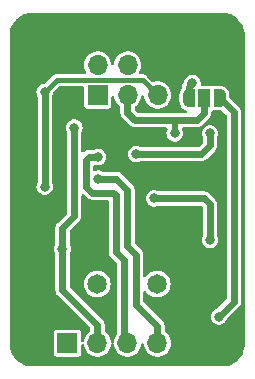
<source format=gbr>
G04 #@! TF.GenerationSoftware,KiCad,Pcbnew,7.0.6*
G04 #@! TF.CreationDate,2023-11-12T09:34:07+05:30*
G04 #@! TF.ProjectId,AVR-Miner,4156522d-4d69-46e6-9572-2e6b69636164,rev?*
G04 #@! TF.SameCoordinates,Original*
G04 #@! TF.FileFunction,Copper,L2,Bot*
G04 #@! TF.FilePolarity,Positive*
%FSLAX46Y46*%
G04 Gerber Fmt 4.6, Leading zero omitted, Abs format (unit mm)*
G04 Created by KiCad (PCBNEW 7.0.6) date 2023-11-12 09:34:07*
%MOMM*%
%LPD*%
G01*
G04 APERTURE LIST*
G04 Aperture macros list*
%AMFreePoly0*
4,1,19,0.550000,-0.750000,0.000000,-0.750000,0.000000,-0.744911,-0.071157,-0.744911,-0.207708,-0.704816,-0.327430,-0.627875,-0.420627,-0.520320,-0.479746,-0.390866,-0.500000,-0.250000,-0.500000,0.250000,-0.479746,0.390866,-0.420627,0.520320,-0.327430,0.627875,-0.207708,0.704816,-0.071157,0.744911,0.000000,0.744911,0.000000,0.750000,0.550000,0.750000,0.550000,-0.750000,0.550000,-0.750000,
$1*%
%AMFreePoly1*
4,1,19,0.000000,0.744911,0.071157,0.744911,0.207708,0.704816,0.327430,0.627875,0.420627,0.520320,0.479746,0.390866,0.500000,0.250000,0.500000,-0.250000,0.479746,-0.390866,0.420627,-0.520320,0.327430,-0.627875,0.207708,-0.704816,0.071157,-0.744911,0.000000,-0.744911,0.000000,-0.750000,-0.550000,-0.750000,-0.550000,0.750000,0.000000,0.750000,0.000000,0.744911,0.000000,0.744911,
$1*%
G04 Aperture macros list end*
G04 #@! TA.AperFunction,ComponentPad*
%ADD10R,1.700000X1.700000*%
G04 #@! TD*
G04 #@! TA.AperFunction,ComponentPad*
%ADD11O,1.700000X1.700000*%
G04 #@! TD*
G04 #@! TA.AperFunction,ComponentPad*
%ADD12C,1.651000*%
G04 #@! TD*
G04 #@! TA.AperFunction,SMDPad,CuDef*
%ADD13FreePoly0,0.000000*%
G04 #@! TD*
G04 #@! TA.AperFunction,SMDPad,CuDef*
%ADD14R,1.000000X1.500000*%
G04 #@! TD*
G04 #@! TA.AperFunction,SMDPad,CuDef*
%ADD15FreePoly1,0.000000*%
G04 #@! TD*
G04 #@! TA.AperFunction,ViaPad*
%ADD16C,0.800000*%
G04 #@! TD*
G04 #@! TA.AperFunction,Conductor*
%ADD17C,0.600000*%
G04 #@! TD*
G04 #@! TA.AperFunction,Conductor*
%ADD18C,0.400000*%
G04 #@! TD*
G04 #@! TA.AperFunction,Conductor*
%ADD19C,0.500000*%
G04 #@! TD*
G04 APERTURE END LIST*
D10*
G04 #@! TO.P,J2,1*
G04 #@! TO.N,MISO*
X142475000Y-79000000D03*
D11*
G04 #@! TO.P,J2,2*
G04 #@! TO.N,+5V*
X142475000Y-76460000D03*
G04 #@! TO.P,J2,3*
G04 #@! TO.N,LED*
X145015000Y-79000000D03*
G04 #@! TO.P,J2,4*
G04 #@! TO.N,MOSI*
X145015000Y-76460000D03*
G04 #@! TO.P,J2,5*
G04 #@! TO.N,RESET*
X147555000Y-79000000D03*
G04 #@! TO.P,J2,6*
G04 #@! TO.N,GND*
X147555000Y-76460000D03*
G04 #@! TD*
D12*
G04 #@! TO.P,Y1,1*
G04 #@! TO.N,XTAL1*
X142450000Y-95000000D03*
G04 #@! TO.P,Y1,2*
G04 #@! TO.N,XTAL2*
X147530000Y-95000000D03*
G04 #@! TD*
D10*
G04 #@! TO.P,J1,1*
G04 #@! TO.N,EXT_LED*
X139925000Y-100000000D03*
D11*
G04 #@! TO.P,J1,2*
G04 #@! TO.N,+5V*
X142465000Y-100000000D03*
G04 #@! TO.P,J1,3*
G04 #@! TO.N,SDA*
X145005000Y-100000000D03*
G04 #@! TO.P,J1,4*
G04 #@! TO.N,SCL*
X147545000Y-100000000D03*
G04 #@! TO.P,J1,5*
G04 #@! TO.N,GND*
X150085000Y-100000000D03*
G04 #@! TD*
D13*
G04 #@! TO.P,JP1,1*
G04 #@! TO.N,ON_BOARD_LED*
X150200000Y-79250000D03*
D14*
G04 #@! TO.P,JP1,2*
G04 #@! TO.N,LED*
X151500000Y-79250000D03*
D15*
G04 #@! TO.P,JP1,3*
G04 #@! TO.N,EXT_LED*
X152800000Y-79250000D03*
G04 #@! TD*
D16*
G04 #@! TO.N,Net-(C1-Pad2)*
X152000000Y-82250000D03*
X145750000Y-84000000D03*
G04 #@! TO.N,GND*
X142800000Y-88400000D03*
X144000000Y-84000000D03*
G04 #@! TO.N,RESET*
X138000000Y-78750000D03*
X138000000Y-86750000D03*
G04 #@! TO.N,+5V*
X147250000Y-87750000D03*
X152000000Y-91250000D03*
X140500000Y-81750000D03*
X139500000Y-92000000D03*
G04 #@! TO.N,SCL*
X142549406Y-86071961D03*
G04 #@! TO.N,SDA*
X142500000Y-84250000D03*
G04 #@! TO.N,LED*
X149000000Y-82250000D03*
G04 #@! TO.N,EXT_LED*
X152750000Y-97750000D03*
G04 #@! TO.N,ON_BOARD_LED*
X150500000Y-78000000D03*
G04 #@! TD*
D17*
G04 #@! TO.N,Net-(C1-Pad2)*
X152000000Y-83250000D02*
X151250000Y-84000000D01*
X151250000Y-84000000D02*
X145750000Y-84000000D01*
X152000000Y-82250000D02*
X152000000Y-83250000D01*
D18*
G04 #@! TO.N,RESET*
X146294999Y-77749999D02*
X139000001Y-77749999D01*
D17*
X138000000Y-85500000D02*
X138000000Y-86750000D01*
D18*
X139000001Y-77749999D02*
X138000000Y-78750000D01*
D17*
X138000000Y-78750000D02*
X138000000Y-85500000D01*
D18*
X147545000Y-79000000D02*
X146294999Y-77749999D01*
D17*
G04 #@! TO.N,+5V*
X142465000Y-98465000D02*
X140750000Y-96750000D01*
X139500000Y-92000000D02*
X139500000Y-90250000D01*
X151500000Y-87750000D02*
X152000000Y-88250000D01*
X142465000Y-100000000D02*
X142465000Y-98465000D01*
X152000000Y-88250000D02*
X152000000Y-91250000D01*
X139500000Y-95500000D02*
X140750000Y-96750000D01*
X140500000Y-89250000D02*
X140500000Y-82500000D01*
X139500000Y-92000000D02*
X139500000Y-95500000D01*
X139500000Y-90250000D02*
X140500000Y-89250000D01*
X140500000Y-82500000D02*
X140500000Y-81750000D01*
X147250000Y-87750000D02*
X151500000Y-87750000D01*
G04 #@! TO.N,SCL*
X147545000Y-98545000D02*
X145750000Y-96750000D01*
X145000000Y-91750000D02*
X145000000Y-87000000D01*
X145750000Y-96750000D02*
X145750000Y-92500000D01*
X147545000Y-100000000D02*
X147545000Y-98545000D01*
X145750000Y-92500000D02*
X145000000Y-91750000D01*
X144071961Y-86071961D02*
X142549406Y-86071961D01*
X145000000Y-87000000D02*
X144071961Y-86071961D01*
G04 #@! TO.N,SDA*
X142500000Y-84250000D02*
X141750000Y-84250000D01*
X144000000Y-92250000D02*
X144750000Y-93000000D01*
X144750000Y-99745000D02*
X145005000Y-100000000D01*
X141500000Y-84500000D02*
X141500000Y-86750000D01*
X142000000Y-87250000D02*
X143750000Y-87250000D01*
X141750000Y-84250000D02*
X141500000Y-84500000D01*
X143750000Y-87250000D02*
X144000000Y-87500000D01*
X141500000Y-86750000D02*
X142000000Y-87250000D01*
X144750000Y-93000000D02*
X144750000Y-99745000D01*
X144000000Y-87500000D02*
X144000000Y-92250000D01*
D19*
G04 #@! TO.N,LED*
X149000000Y-81750000D02*
X149000000Y-81250000D01*
D17*
X149125000Y-81125000D02*
X150875000Y-81125000D01*
X145005000Y-79000000D02*
X145005000Y-80505000D01*
X150875000Y-81125000D02*
X151500000Y-80500000D01*
X151500000Y-80500000D02*
X151500000Y-79250000D01*
D19*
X149000000Y-81250000D02*
X149125000Y-81125000D01*
D17*
X145005000Y-80505000D02*
X145625000Y-81125000D01*
D19*
X149000000Y-81750000D02*
X149000000Y-82250000D01*
D17*
X145625000Y-81125000D02*
X148375000Y-81125000D01*
X148375000Y-81125000D02*
X149125000Y-81125000D01*
G04 #@! TO.N,EXT_LED*
X152800000Y-79250000D02*
X154000000Y-80450000D01*
X154000000Y-96500000D02*
X152750000Y-97750000D01*
X154000000Y-80450000D02*
X154000000Y-96500000D01*
G04 #@! TO.N,ON_BOARD_LED*
X150200000Y-79250000D02*
X150200000Y-78300000D01*
X150200000Y-78300000D02*
X150500000Y-78000000D01*
G04 #@! TD*
G04 #@! TA.AperFunction,Conductor*
G04 #@! TO.N,GND*
G36*
X141309012Y-87408701D02*
G01*
X141315594Y-87414830D01*
X141544626Y-87643861D01*
X141550058Y-87650055D01*
X141566259Y-87671168D01*
X141571718Y-87678282D01*
X141633207Y-87725464D01*
X141697159Y-87774536D01*
X141843238Y-87835044D01*
X142000000Y-87855682D01*
X142000001Y-87855682D01*
X142035262Y-87851040D01*
X142043494Y-87850500D01*
X143273500Y-87850500D01*
X143341621Y-87870502D01*
X143388114Y-87924158D01*
X143399500Y-87976500D01*
X143399500Y-92206505D01*
X143398960Y-92214737D01*
X143394318Y-92249999D01*
X143394318Y-92250000D01*
X143399500Y-92289361D01*
X143414955Y-92406760D01*
X143468183Y-92535262D01*
X143475464Y-92552841D01*
X143571718Y-92678282D01*
X143591279Y-92693291D01*
X143599934Y-92699933D01*
X143606137Y-92705372D01*
X144112595Y-93211829D01*
X144146620Y-93274142D01*
X144149500Y-93300925D01*
X144149500Y-99181517D01*
X144129498Y-99249638D01*
X144124050Y-99257449D01*
X144022636Y-99391741D01*
X143927593Y-99582615D01*
X143869244Y-99787688D01*
X143869243Y-99787690D01*
X143869244Y-99787690D01*
X143860462Y-99882461D01*
X143834261Y-99948444D01*
X143776544Y-99989788D01*
X143705638Y-99993365D01*
X143644053Y-99958039D01*
X143611344Y-99895026D01*
X143609538Y-99882470D01*
X143600756Y-99787690D01*
X143542405Y-99582611D01*
X143447366Y-99391745D01*
X143318872Y-99221593D01*
X143161302Y-99077948D01*
X143125166Y-99055573D01*
X143077781Y-99002707D01*
X143065500Y-98948448D01*
X143065500Y-98508494D01*
X143066040Y-98500262D01*
X143070682Y-98465000D01*
X143070682Y-98464999D01*
X143050044Y-98308239D01*
X143012637Y-98217929D01*
X142989536Y-98162159D01*
X142917450Y-98068215D01*
X142893282Y-98036718D01*
X142893281Y-98036717D01*
X142865055Y-98015058D01*
X142858861Y-98009626D01*
X141146785Y-96297550D01*
X140137405Y-95288170D01*
X140103379Y-95225858D01*
X140100500Y-95199075D01*
X140100500Y-95000000D01*
X141319176Y-95000000D01*
X141338430Y-95207791D01*
X141395535Y-95408495D01*
X141395538Y-95408501D01*
X141488554Y-95595302D01*
X141488555Y-95595303D01*
X141614309Y-95761830D01*
X141768526Y-95902417D01*
X141768527Y-95902418D01*
X141945938Y-96012267D01*
X141945945Y-96012270D01*
X141945948Y-96012272D01*
X142140535Y-96087656D01*
X142345661Y-96126000D01*
X142345663Y-96126000D01*
X142554337Y-96126000D01*
X142554339Y-96126000D01*
X142759465Y-96087656D01*
X142954052Y-96012272D01*
X142954057Y-96012268D01*
X142954061Y-96012267D01*
X143079326Y-95934705D01*
X143131474Y-95902417D01*
X143285689Y-95761831D01*
X143411446Y-95595302D01*
X143504462Y-95408501D01*
X143561570Y-95207788D01*
X143580824Y-95000000D01*
X143561570Y-94792212D01*
X143561569Y-94792208D01*
X143504464Y-94591504D01*
X143504462Y-94591499D01*
X143411446Y-94404698D01*
X143365444Y-94343781D01*
X143285690Y-94238169D01*
X143131473Y-94097582D01*
X143131472Y-94097581D01*
X142954061Y-93987732D01*
X142954046Y-93987725D01*
X142759472Y-93912346D01*
X142759469Y-93912345D01*
X142759466Y-93912344D01*
X142759465Y-93912344D01*
X142554339Y-93874000D01*
X142345661Y-93874000D01*
X142140535Y-93912344D01*
X142140530Y-93912345D01*
X142140527Y-93912346D01*
X141945953Y-93987725D01*
X141945938Y-93987732D01*
X141768527Y-94097581D01*
X141768526Y-94097582D01*
X141614309Y-94238169D01*
X141488555Y-94404696D01*
X141395535Y-94591504D01*
X141338430Y-94792208D01*
X141319176Y-95000000D01*
X140100500Y-95000000D01*
X140100500Y-92402423D01*
X140120502Y-92334302D01*
X140122806Y-92330845D01*
X140123131Y-92330373D01*
X140124818Y-92327930D01*
X140185140Y-92168872D01*
X140205645Y-92000000D01*
X140199634Y-91950499D01*
X140185140Y-91831128D01*
X140124820Y-91672075D01*
X140124814Y-91672063D01*
X140122804Y-91669151D01*
X140121989Y-91666681D01*
X140121277Y-91665324D01*
X140121502Y-91665205D01*
X140100568Y-91601727D01*
X140100500Y-91597576D01*
X140100500Y-90550925D01*
X140120502Y-90482804D01*
X140137400Y-90461834D01*
X140893868Y-89705365D01*
X140900051Y-89699943D01*
X140928282Y-89678282D01*
X141024536Y-89552841D01*
X141085044Y-89406762D01*
X141085044Y-89406761D01*
X141085044Y-89406755D01*
X141085448Y-89404729D01*
X141085584Y-89402663D01*
X141105683Y-89250000D01*
X141105683Y-89249999D01*
X141101040Y-89214730D01*
X141100500Y-89206498D01*
X141100500Y-87503925D01*
X141120502Y-87435804D01*
X141174158Y-87389311D01*
X141244432Y-87379207D01*
X141309012Y-87408701D01*
G37*
G04 #@! TD.AperFunction*
G04 #@! TA.AperFunction,Conductor*
G36*
X153002058Y-72025634D02*
G01*
X153253604Y-72042122D01*
X153261759Y-72043194D01*
X153506989Y-72091973D01*
X153514943Y-72094104D01*
X153751698Y-72174473D01*
X153759308Y-72177624D01*
X153983558Y-72288212D01*
X153990676Y-72292322D01*
X154198563Y-72431228D01*
X154205101Y-72436245D01*
X154248017Y-72473881D01*
X154393074Y-72601092D01*
X154398907Y-72606925D01*
X154563753Y-72794896D01*
X154568773Y-72801438D01*
X154707674Y-73009318D01*
X154711789Y-73016446D01*
X154754090Y-73102222D01*
X154822371Y-73240683D01*
X154825528Y-73248305D01*
X154905892Y-73485047D01*
X154908027Y-73493016D01*
X154956802Y-73738222D01*
X154957878Y-73746401D01*
X154974365Y-73997937D01*
X154974500Y-74002058D01*
X154974500Y-99997940D01*
X154974365Y-100002061D01*
X154957878Y-100253598D01*
X154956802Y-100261777D01*
X154908027Y-100506983D01*
X154905892Y-100514952D01*
X154825528Y-100751694D01*
X154822371Y-100759316D01*
X154812956Y-100778408D01*
X154743136Y-100919991D01*
X154711796Y-100983542D01*
X154707671Y-100990686D01*
X154568774Y-101198559D01*
X154563753Y-101205103D01*
X154398907Y-101393074D01*
X154393074Y-101398907D01*
X154205103Y-101563753D01*
X154198559Y-101568774D01*
X153990686Y-101707671D01*
X153983546Y-101711793D01*
X153871429Y-101767083D01*
X153759316Y-101822371D01*
X153751694Y-101825528D01*
X153514952Y-101905892D01*
X153506983Y-101908027D01*
X153321223Y-101944977D01*
X153261774Y-101956802D01*
X153253598Y-101957878D01*
X153043176Y-101971670D01*
X153002058Y-101974365D01*
X152997940Y-101974500D01*
X137002060Y-101974500D01*
X136997941Y-101974365D01*
X136950819Y-101971276D01*
X136746401Y-101957878D01*
X136738227Y-101956802D01*
X136615619Y-101932414D01*
X136493016Y-101908027D01*
X136485047Y-101905892D01*
X136248305Y-101825528D01*
X136240683Y-101822371D01*
X136016446Y-101711789D01*
X136009318Y-101707674D01*
X135801438Y-101568773D01*
X135794896Y-101563753D01*
X135606925Y-101398907D01*
X135601092Y-101393074D01*
X135436246Y-101205103D01*
X135431225Y-101198559D01*
X135399113Y-101150500D01*
X135292322Y-100990676D01*
X135288212Y-100983558D01*
X135244470Y-100894859D01*
X138774500Y-100894859D01*
X138774501Y-100894866D01*
X138777414Y-100919990D01*
X138777416Y-100919994D01*
X138822793Y-101022765D01*
X138902232Y-101102204D01*
X138902234Y-101102205D01*
X138902235Y-101102206D01*
X139005009Y-101147585D01*
X139030135Y-101150500D01*
X140819864Y-101150499D01*
X140844991Y-101147585D01*
X140947765Y-101102206D01*
X141027206Y-101022765D01*
X141072585Y-100919991D01*
X141075500Y-100894865D01*
X141075499Y-100199306D01*
X141095501Y-100131188D01*
X141149157Y-100084695D01*
X141219430Y-100074591D01*
X141284011Y-100104084D01*
X141322395Y-100163811D01*
X141326961Y-100187681D01*
X141329243Y-100212307D01*
X141387593Y-100417384D01*
X141387594Y-100417386D01*
X141387595Y-100417389D01*
X141482634Y-100608255D01*
X141590955Y-100751694D01*
X141611129Y-100778408D01*
X141768699Y-100922053D01*
X141768701Y-100922054D01*
X141949974Y-101034294D01*
X141949975Y-101034294D01*
X141949981Y-101034298D01*
X142148802Y-101111321D01*
X142358390Y-101150500D01*
X142358393Y-101150500D01*
X142571607Y-101150500D01*
X142571610Y-101150500D01*
X142781198Y-101111321D01*
X142980019Y-101034298D01*
X143161302Y-100922052D01*
X143318872Y-100778407D01*
X143447366Y-100608255D01*
X143542405Y-100417389D01*
X143600756Y-100212310D01*
X143609537Y-100117538D01*
X143635739Y-100051555D01*
X143693456Y-100010211D01*
X143764362Y-100006634D01*
X143825946Y-100041960D01*
X143858656Y-100104973D01*
X143860461Y-100117529D01*
X143861873Y-100132758D01*
X143869244Y-100212311D01*
X143927593Y-100417384D01*
X143927594Y-100417386D01*
X143927595Y-100417389D01*
X144022634Y-100608255D01*
X144130955Y-100751694D01*
X144151129Y-100778408D01*
X144308699Y-100922053D01*
X144308701Y-100922054D01*
X144489974Y-101034294D01*
X144489975Y-101034294D01*
X144489981Y-101034298D01*
X144688802Y-101111321D01*
X144898390Y-101150500D01*
X144898393Y-101150500D01*
X145111607Y-101150500D01*
X145111610Y-101150500D01*
X145321198Y-101111321D01*
X145520019Y-101034298D01*
X145701302Y-100922052D01*
X145858872Y-100778407D01*
X145987366Y-100608255D01*
X146082405Y-100417389D01*
X146140756Y-100212310D01*
X146149537Y-100117536D01*
X146175738Y-100051556D01*
X146233454Y-100010211D01*
X146304360Y-100006634D01*
X146365945Y-100041959D01*
X146398654Y-100104971D01*
X146400461Y-100117538D01*
X146409243Y-100212306D01*
X146467593Y-100417384D01*
X146467594Y-100417386D01*
X146467595Y-100417389D01*
X146562634Y-100608255D01*
X146670955Y-100751694D01*
X146691129Y-100778408D01*
X146848699Y-100922053D01*
X146848701Y-100922054D01*
X147029974Y-101034294D01*
X147029975Y-101034294D01*
X147029981Y-101034298D01*
X147228802Y-101111321D01*
X147438390Y-101150500D01*
X147438393Y-101150500D01*
X147651607Y-101150500D01*
X147651610Y-101150500D01*
X147861198Y-101111321D01*
X148060019Y-101034298D01*
X148241302Y-100922052D01*
X148398872Y-100778407D01*
X148527366Y-100608255D01*
X148622405Y-100417389D01*
X148680756Y-100212310D01*
X148700429Y-100000000D01*
X148680756Y-99787690D01*
X148622405Y-99582611D01*
X148527366Y-99391745D01*
X148398872Y-99221593D01*
X148241302Y-99077948D01*
X148205166Y-99055573D01*
X148157781Y-99002707D01*
X148145500Y-98948448D01*
X148145500Y-98588494D01*
X148146040Y-98580262D01*
X148150682Y-98545000D01*
X148150682Y-98544999D01*
X148130044Y-98388239D01*
X148069537Y-98242161D01*
X148069536Y-98242160D01*
X148069536Y-98242159D01*
X148060240Y-98230044D01*
X148050943Y-98217927D01*
X147973283Y-98116719D01*
X147945055Y-98095058D01*
X147938861Y-98089626D01*
X146387405Y-96538170D01*
X146353379Y-96475858D01*
X146350500Y-96449075D01*
X146350500Y-95682484D01*
X146370502Y-95614363D01*
X146424158Y-95567870D01*
X146494432Y-95557766D01*
X146559012Y-95587260D01*
X146577047Y-95606549D01*
X146604755Y-95643240D01*
X146694309Y-95761830D01*
X146848526Y-95902417D01*
X146848527Y-95902418D01*
X147025938Y-96012267D01*
X147025945Y-96012270D01*
X147025948Y-96012272D01*
X147220535Y-96087656D01*
X147425661Y-96126000D01*
X147425663Y-96126000D01*
X147634337Y-96126000D01*
X147634339Y-96126000D01*
X147839465Y-96087656D01*
X148034052Y-96012272D01*
X148034057Y-96012268D01*
X148034061Y-96012267D01*
X148159326Y-95934705D01*
X148211474Y-95902417D01*
X148365689Y-95761831D01*
X148491446Y-95595302D01*
X148584462Y-95408501D01*
X148641570Y-95207788D01*
X148660824Y-95000000D01*
X148641570Y-94792212D01*
X148641569Y-94792208D01*
X148584464Y-94591504D01*
X148584462Y-94591499D01*
X148491446Y-94404698D01*
X148445444Y-94343781D01*
X148365690Y-94238169D01*
X148211473Y-94097582D01*
X148211472Y-94097581D01*
X148034061Y-93987732D01*
X148034046Y-93987725D01*
X147839472Y-93912346D01*
X147839469Y-93912345D01*
X147839466Y-93912344D01*
X147839465Y-93912344D01*
X147634339Y-93874000D01*
X147425661Y-93874000D01*
X147220535Y-93912344D01*
X147220530Y-93912345D01*
X147220527Y-93912346D01*
X147025953Y-93987725D01*
X147025938Y-93987732D01*
X146848527Y-94097581D01*
X146848526Y-94097582D01*
X146694309Y-94238169D01*
X146577050Y-94393447D01*
X146520036Y-94435755D01*
X146449200Y-94440522D01*
X146387031Y-94406236D01*
X146353268Y-94343781D01*
X146350500Y-94317515D01*
X146350500Y-92543494D01*
X146351040Y-92535262D01*
X146355682Y-92500000D01*
X146355682Y-92499999D01*
X146335044Y-92343239D01*
X146331500Y-92334681D01*
X146274536Y-92197159D01*
X146202450Y-92103215D01*
X146178282Y-92071718D01*
X146178281Y-92071717D01*
X146150055Y-92050058D01*
X146143861Y-92044626D01*
X145637405Y-91538170D01*
X145603379Y-91475858D01*
X145600500Y-91449075D01*
X145600500Y-87750002D01*
X146544355Y-87750002D01*
X146564859Y-87918871D01*
X146625179Y-88077925D01*
X146625181Y-88077929D01*
X146721816Y-88217928D01*
X146721818Y-88217930D01*
X146807112Y-88293494D01*
X146849148Y-88330734D01*
X146999775Y-88409790D01*
X146999776Y-88409790D01*
X146999778Y-88409791D01*
X147156461Y-88448409D01*
X147164944Y-88450500D01*
X147164947Y-88450500D01*
X147335053Y-88450500D01*
X147335056Y-88450500D01*
X147500225Y-88409790D01*
X147547588Y-88384931D01*
X147585693Y-88364933D01*
X147644248Y-88350500D01*
X151199075Y-88350500D01*
X151267196Y-88370502D01*
X151288170Y-88387405D01*
X151362595Y-88461830D01*
X151396621Y-88524142D01*
X151399500Y-88550925D01*
X151399500Y-90847576D01*
X151379498Y-90915697D01*
X151377196Y-90919151D01*
X151375185Y-90922063D01*
X151375179Y-90922075D01*
X151314859Y-91081128D01*
X151294355Y-91249997D01*
X151294355Y-91250002D01*
X151314859Y-91418871D01*
X151375179Y-91577925D01*
X151375181Y-91577929D01*
X151440163Y-91672070D01*
X151471817Y-91717929D01*
X151599148Y-91830734D01*
X151749775Y-91909790D01*
X151749776Y-91909790D01*
X151749778Y-91909791D01*
X151906461Y-91948409D01*
X151914944Y-91950500D01*
X151914947Y-91950500D01*
X152085053Y-91950500D01*
X152085056Y-91950500D01*
X152250225Y-91909790D01*
X152400852Y-91830734D01*
X152528183Y-91717929D01*
X152624818Y-91577930D01*
X152685140Y-91418872D01*
X152705645Y-91250000D01*
X152685140Y-91081128D01*
X152624818Y-90922070D01*
X152624816Y-90922067D01*
X152624814Y-90922063D01*
X152622804Y-90919151D01*
X152621989Y-90916681D01*
X152621277Y-90915324D01*
X152621502Y-90915205D01*
X152600568Y-90851727D01*
X152600500Y-90847576D01*
X152600500Y-88293494D01*
X152601040Y-88285262D01*
X152605682Y-88250000D01*
X152605682Y-88249999D01*
X152585044Y-88093239D01*
X152578703Y-88077929D01*
X152524536Y-87947159D01*
X152452450Y-87853215D01*
X152428282Y-87821718D01*
X152428281Y-87821717D01*
X152400055Y-87800058D01*
X152393861Y-87794626D01*
X151955367Y-87356132D01*
X151949940Y-87349944D01*
X151928282Y-87321718D01*
X151928280Y-87321717D01*
X151928280Y-87321716D01*
X151802842Y-87225465D01*
X151802841Y-87225464D01*
X151784653Y-87217930D01*
X151656760Y-87164955D01*
X151539361Y-87149500D01*
X151500000Y-87144318D01*
X151499999Y-87144318D01*
X151464738Y-87148960D01*
X151456506Y-87149500D01*
X147644248Y-87149500D01*
X147585693Y-87135067D01*
X147500229Y-87090212D01*
X147500221Y-87090208D01*
X147335059Y-87049500D01*
X147335056Y-87049500D01*
X147164944Y-87049500D01*
X147164940Y-87049500D01*
X146999778Y-87090208D01*
X146999774Y-87090210D01*
X146849148Y-87169265D01*
X146849142Y-87169270D01*
X146721818Y-87282069D01*
X146721816Y-87282071D01*
X146625181Y-87422070D01*
X146625179Y-87422074D01*
X146564859Y-87581128D01*
X146544355Y-87749997D01*
X146544355Y-87750002D01*
X145600500Y-87750002D01*
X145600500Y-87043494D01*
X145601040Y-87035262D01*
X145605682Y-87000000D01*
X145605682Y-86999999D01*
X145585044Y-86843239D01*
X145524536Y-86697160D01*
X145524536Y-86697159D01*
X145428282Y-86571718D01*
X145415962Y-86562265D01*
X145400055Y-86550058D01*
X145393861Y-86544626D01*
X144527328Y-85678093D01*
X144521901Y-85671905D01*
X144500243Y-85643679D01*
X144500241Y-85643678D01*
X144500241Y-85643677D01*
X144374803Y-85547426D01*
X144374802Y-85547425D01*
X144239129Y-85491227D01*
X144228721Y-85486916D01*
X144111322Y-85471461D01*
X144071961Y-85466279D01*
X144071960Y-85466279D01*
X144036699Y-85470921D01*
X144028467Y-85471461D01*
X142943654Y-85471461D01*
X142885099Y-85457028D01*
X142799635Y-85412173D01*
X142799627Y-85412169D01*
X142634465Y-85371461D01*
X142634462Y-85371461D01*
X142464350Y-85371461D01*
X142464346Y-85371461D01*
X142299184Y-85412169D01*
X142299181Y-85412171D01*
X142285053Y-85419586D01*
X142215439Y-85433531D01*
X142149337Y-85407626D01*
X142107734Y-85350096D01*
X142100500Y-85308017D01*
X142100500Y-85033824D01*
X142120502Y-84965703D01*
X142174158Y-84919210D01*
X142244432Y-84909106D01*
X142256644Y-84911483D01*
X142414944Y-84950500D01*
X142414947Y-84950500D01*
X142585053Y-84950500D01*
X142585056Y-84950500D01*
X142750225Y-84909790D01*
X142900852Y-84830734D01*
X143028183Y-84717929D01*
X143124818Y-84577930D01*
X143185140Y-84418872D01*
X143191974Y-84362581D01*
X143205645Y-84250002D01*
X143205645Y-84249997D01*
X143185140Y-84081128D01*
X143154374Y-84000002D01*
X145044355Y-84000002D01*
X145064859Y-84168871D01*
X145125179Y-84327925D01*
X145125181Y-84327929D01*
X145221816Y-84467928D01*
X145221818Y-84467930D01*
X145345981Y-84577929D01*
X145349148Y-84580734D01*
X145499775Y-84659790D01*
X145499776Y-84659790D01*
X145499778Y-84659791D01*
X145656461Y-84698409D01*
X145664944Y-84700500D01*
X145664947Y-84700500D01*
X145835053Y-84700500D01*
X145835056Y-84700500D01*
X146000225Y-84659790D01*
X146047588Y-84634931D01*
X146085693Y-84614933D01*
X146144248Y-84600500D01*
X151206506Y-84600500D01*
X151214738Y-84601040D01*
X151249999Y-84605682D01*
X151250000Y-84605682D01*
X151406762Y-84585044D01*
X151552841Y-84524536D01*
X151584817Y-84500000D01*
X151678282Y-84428282D01*
X151699940Y-84400054D01*
X151705361Y-84393872D01*
X152393872Y-83705361D01*
X152400054Y-83699940D01*
X152428282Y-83678282D01*
X152524536Y-83552841D01*
X152585044Y-83406762D01*
X152600500Y-83289361D01*
X152605682Y-83250000D01*
X152601040Y-83214737D01*
X152600500Y-83206505D01*
X152600500Y-82652423D01*
X152620502Y-82584302D01*
X152622806Y-82580845D01*
X152623131Y-82580373D01*
X152624818Y-82577930D01*
X152685140Y-82418872D01*
X152705645Y-82250000D01*
X152693292Y-82148269D01*
X152685140Y-82081128D01*
X152624820Y-81922074D01*
X152624818Y-81922070D01*
X152528183Y-81782071D01*
X152528181Y-81782069D01*
X152400857Y-81669270D01*
X152400851Y-81669265D01*
X152250225Y-81590210D01*
X152250221Y-81590208D01*
X152085059Y-81549500D01*
X152085056Y-81549500D01*
X151914944Y-81549500D01*
X151914940Y-81549500D01*
X151749778Y-81590208D01*
X151749774Y-81590210D01*
X151599148Y-81669265D01*
X151599142Y-81669270D01*
X151471818Y-81782069D01*
X151471816Y-81782071D01*
X151375181Y-81922070D01*
X151375179Y-81922074D01*
X151314859Y-82081128D01*
X151294355Y-82249997D01*
X151294355Y-82250002D01*
X151314859Y-82418871D01*
X151375183Y-82577932D01*
X151377194Y-82580845D01*
X151378009Y-82583317D01*
X151378725Y-82584681D01*
X151378498Y-82584799D01*
X151399432Y-82648269D01*
X151399500Y-82652423D01*
X151399500Y-82949075D01*
X151379498Y-83017196D01*
X151362595Y-83038170D01*
X151038170Y-83362595D01*
X150975858Y-83396621D01*
X150949075Y-83399500D01*
X146144248Y-83399500D01*
X146085693Y-83385067D01*
X146000229Y-83340212D01*
X146000221Y-83340208D01*
X145835059Y-83299500D01*
X145835056Y-83299500D01*
X145664944Y-83299500D01*
X145664940Y-83299500D01*
X145499778Y-83340208D01*
X145499774Y-83340210D01*
X145349148Y-83419265D01*
X145349142Y-83419270D01*
X145221818Y-83532069D01*
X145221816Y-83532071D01*
X145125181Y-83672070D01*
X145125179Y-83672074D01*
X145064859Y-83831128D01*
X145044355Y-83999997D01*
X145044355Y-84000002D01*
X143154374Y-84000002D01*
X143124820Y-83922074D01*
X143124818Y-83922070D01*
X143028183Y-83782071D01*
X143028181Y-83782069D01*
X142900857Y-83669270D01*
X142900851Y-83669265D01*
X142750225Y-83590210D01*
X142750221Y-83590208D01*
X142585059Y-83549500D01*
X142585056Y-83549500D01*
X142414944Y-83549500D01*
X142414940Y-83549500D01*
X142249778Y-83590208D01*
X142249770Y-83590212D01*
X142164307Y-83635067D01*
X142105752Y-83649500D01*
X141793494Y-83649500D01*
X141785262Y-83648960D01*
X141750001Y-83644318D01*
X141750000Y-83644318D01*
X141710639Y-83649500D01*
X141593239Y-83664955D01*
X141447160Y-83725463D01*
X141447152Y-83725468D01*
X141321719Y-83821717D01*
X141315876Y-83827560D01*
X141313395Y-83825079D01*
X141269107Y-83857409D01*
X141198235Y-83861620D01*
X141136337Y-83826846D01*
X141103066Y-83764129D01*
X141100500Y-83738831D01*
X141100500Y-82152423D01*
X141120502Y-82084302D01*
X141122806Y-82080845D01*
X141123131Y-82080373D01*
X141124818Y-82077930D01*
X141185140Y-81918872D01*
X141205645Y-81750000D01*
X141203299Y-81730682D01*
X141185140Y-81581128D01*
X141124820Y-81422074D01*
X141124818Y-81422070D01*
X141028183Y-81282071D01*
X141028181Y-81282069D01*
X140900857Y-81169270D01*
X140900851Y-81169265D01*
X140750225Y-81090210D01*
X140750221Y-81090208D01*
X140585059Y-81049500D01*
X140585056Y-81049500D01*
X140414944Y-81049500D01*
X140414940Y-81049500D01*
X140249778Y-81090208D01*
X140249774Y-81090210D01*
X140099148Y-81169265D01*
X140099142Y-81169270D01*
X139971818Y-81282069D01*
X139971816Y-81282071D01*
X139875181Y-81422070D01*
X139875179Y-81422074D01*
X139814859Y-81581128D01*
X139794355Y-81749997D01*
X139794355Y-81750002D01*
X139814859Y-81918871D01*
X139875183Y-82077932D01*
X139877194Y-82080845D01*
X139878009Y-82083317D01*
X139878725Y-82084681D01*
X139878498Y-82084799D01*
X139899432Y-82148269D01*
X139899500Y-82152423D01*
X139899500Y-88949073D01*
X139879498Y-89017194D01*
X139862595Y-89038169D01*
X139106135Y-89794628D01*
X139099934Y-89800066D01*
X139071718Y-89821717D01*
X139047550Y-89853215D01*
X138975465Y-89947157D01*
X138975463Y-89947160D01*
X138914955Y-90093239D01*
X138894318Y-90249999D01*
X138894318Y-90250000D01*
X138898960Y-90285262D01*
X138899500Y-90293494D01*
X138899500Y-91597576D01*
X138879498Y-91665697D01*
X138877196Y-91669151D01*
X138875185Y-91672063D01*
X138875179Y-91672075D01*
X138814859Y-91831128D01*
X138794355Y-91999997D01*
X138794355Y-92000002D01*
X138814859Y-92168871D01*
X138875183Y-92327932D01*
X138877194Y-92330845D01*
X138878009Y-92333317D01*
X138878725Y-92334681D01*
X138878498Y-92334799D01*
X138899432Y-92398269D01*
X138899500Y-92402423D01*
X138899500Y-95456505D01*
X138898960Y-95464737D01*
X138894318Y-95499999D01*
X138894318Y-95500000D01*
X138899500Y-95539361D01*
X138914955Y-95656760D01*
X138958477Y-95761830D01*
X138975464Y-95802841D01*
X139071718Y-95928282D01*
X139099944Y-95949940D01*
X139106132Y-95955367D01*
X139807526Y-96656760D01*
X140279825Y-97129059D01*
X140279830Y-97129066D01*
X141827595Y-98676830D01*
X141861620Y-98739142D01*
X141864500Y-98765925D01*
X141864500Y-98948448D01*
X141844498Y-99016569D01*
X141804833Y-99055573D01*
X141768698Y-99077948D01*
X141768696Y-99077949D01*
X141768697Y-99077949D01*
X141611129Y-99221591D01*
X141524293Y-99336580D01*
X141482634Y-99391745D01*
X141389130Y-99579526D01*
X141387593Y-99582615D01*
X141329243Y-99787693D01*
X141326961Y-99812320D01*
X141300759Y-99878305D01*
X141243041Y-99919648D01*
X141172135Y-99923224D01*
X141110551Y-99887897D01*
X141077843Y-99824884D01*
X141075499Y-99800693D01*
X141075499Y-99105140D01*
X141075499Y-99105136D01*
X141072585Y-99080009D01*
X141027206Y-98977235D01*
X141027206Y-98977234D01*
X140947767Y-98897795D01*
X140947765Y-98897794D01*
X140844989Y-98852414D01*
X140844990Y-98852414D01*
X140819868Y-98849500D01*
X139030140Y-98849500D01*
X139030133Y-98849501D01*
X139005009Y-98852414D01*
X139005005Y-98852416D01*
X138902234Y-98897793D01*
X138822795Y-98977232D01*
X138822794Y-98977234D01*
X138777414Y-99080009D01*
X138774500Y-99105129D01*
X138774500Y-100894859D01*
X135244470Y-100894859D01*
X135177624Y-100759308D01*
X135174471Y-100751694D01*
X135140790Y-100652473D01*
X135094104Y-100514943D01*
X135091972Y-100506983D01*
X135043194Y-100261759D01*
X135042122Y-100253604D01*
X135025634Y-100002058D01*
X135025500Y-99997940D01*
X135025500Y-86750002D01*
X137294355Y-86750002D01*
X137314859Y-86918871D01*
X137375179Y-87077925D01*
X137375181Y-87077929D01*
X137471816Y-87217928D01*
X137471818Y-87217930D01*
X137588968Y-87321716D01*
X137599148Y-87330734D01*
X137749775Y-87409790D01*
X137749776Y-87409790D01*
X137749778Y-87409791D01*
X137855319Y-87435804D01*
X137914944Y-87450500D01*
X137914947Y-87450500D01*
X138085053Y-87450500D01*
X138085056Y-87450500D01*
X138250225Y-87409790D01*
X138400852Y-87330734D01*
X138528183Y-87217929D01*
X138624818Y-87077930D01*
X138685140Y-86918872D01*
X138705645Y-86750000D01*
X138685140Y-86581128D01*
X138624818Y-86422070D01*
X138624816Y-86422067D01*
X138624814Y-86422063D01*
X138622804Y-86419151D01*
X138621989Y-86416681D01*
X138621277Y-86415324D01*
X138621502Y-86415205D01*
X138600568Y-86351727D01*
X138600500Y-86347576D01*
X138600500Y-79152423D01*
X138620502Y-79084302D01*
X138622806Y-79080845D01*
X138623131Y-79080373D01*
X138624818Y-79077930D01*
X138685140Y-78918872D01*
X138688036Y-78895026D01*
X138700104Y-78795631D01*
X138728170Y-78730418D01*
X138736079Y-78721733D01*
X139170410Y-78287403D01*
X139232723Y-78253378D01*
X139259506Y-78250499D01*
X141198500Y-78250499D01*
X141266621Y-78270501D01*
X141313114Y-78324157D01*
X141324500Y-78376499D01*
X141324500Y-79894859D01*
X141324501Y-79894866D01*
X141327414Y-79919990D01*
X141327416Y-79919994D01*
X141372793Y-80022765D01*
X141452232Y-80102204D01*
X141452234Y-80102205D01*
X141452235Y-80102206D01*
X141555009Y-80147585D01*
X141580135Y-80150500D01*
X143369864Y-80150499D01*
X143394991Y-80147585D01*
X143497765Y-80102206D01*
X143577206Y-80022765D01*
X143622585Y-79919991D01*
X143625500Y-79894865D01*
X143625499Y-79199306D01*
X143645501Y-79131187D01*
X143699157Y-79084694D01*
X143769430Y-79074590D01*
X143834011Y-79104083D01*
X143872395Y-79163810D01*
X143876961Y-79187680D01*
X143879243Y-79212307D01*
X143937593Y-79417384D01*
X143937594Y-79417386D01*
X143937595Y-79417389D01*
X144032634Y-79608255D01*
X144161128Y-79778407D01*
X144318698Y-79922052D01*
X144344829Y-79938232D01*
X144392217Y-79991096D01*
X144404500Y-80045359D01*
X144404500Y-80461505D01*
X144403960Y-80469737D01*
X144399318Y-80504999D01*
X144399318Y-80505000D01*
X144404500Y-80544361D01*
X144419955Y-80661760D01*
X144480463Y-80807839D01*
X144480465Y-80807842D01*
X144572879Y-80928280D01*
X144576718Y-80933282D01*
X144604944Y-80954940D01*
X144611132Y-80960367D01*
X145169625Y-81518860D01*
X145175058Y-81525055D01*
X145196716Y-81553280D01*
X145196720Y-81553284D01*
X145233008Y-81581129D01*
X145285509Y-81621413D01*
X145322159Y-81649536D01*
X145468238Y-81710044D01*
X145625000Y-81730682D01*
X145625001Y-81730682D01*
X145660262Y-81726040D01*
X145668494Y-81725500D01*
X148270791Y-81725500D01*
X148338912Y-81745502D01*
X148385405Y-81799158D01*
X148395509Y-81869432D01*
X148377730Y-81914797D01*
X148378724Y-81915319D01*
X148375182Y-81922066D01*
X148314859Y-82081128D01*
X148294355Y-82249997D01*
X148294355Y-82250002D01*
X148314859Y-82418871D01*
X148375179Y-82577925D01*
X148375181Y-82577929D01*
X148399500Y-82613160D01*
X148471817Y-82717929D01*
X148599148Y-82830734D01*
X148749775Y-82909790D01*
X148749776Y-82909790D01*
X148749778Y-82909791D01*
X148906461Y-82948409D01*
X148914944Y-82950500D01*
X148914947Y-82950500D01*
X149085053Y-82950500D01*
X149085056Y-82950500D01*
X149250225Y-82909790D01*
X149400852Y-82830734D01*
X149528183Y-82717929D01*
X149624818Y-82577930D01*
X149685140Y-82418872D01*
X149705645Y-82250000D01*
X149693292Y-82148269D01*
X149685140Y-82081128D01*
X149624817Y-81922066D01*
X149621276Y-81915319D01*
X149622707Y-81914567D01*
X149603277Y-81855654D01*
X149621023Y-81786911D01*
X149673117Y-81738674D01*
X149729209Y-81725500D01*
X150831506Y-81725500D01*
X150839738Y-81726040D01*
X150874999Y-81730682D01*
X150875000Y-81730682D01*
X151031762Y-81710044D01*
X151177841Y-81649536D01*
X151266992Y-81581128D01*
X151303282Y-81553282D01*
X151324937Y-81525058D01*
X151330365Y-81518868D01*
X151893872Y-80955362D01*
X151900055Y-80949940D01*
X151928282Y-80928282D01*
X151966649Y-80878282D01*
X152024536Y-80802841D01*
X152085044Y-80656762D01*
X152105682Y-80500000D01*
X152105682Y-80499999D01*
X152101040Y-80464737D01*
X152100500Y-80456505D01*
X152100500Y-80429494D01*
X152120502Y-80361373D01*
X152174158Y-80314880D01*
X152244432Y-80304776D01*
X152249632Y-80305636D01*
X152250000Y-80305705D01*
X152250004Y-80305705D01*
X152871886Y-80305705D01*
X152871889Y-80305705D01*
X152927126Y-80297763D01*
X152997399Y-80307867D01*
X153034147Y-80333382D01*
X153362597Y-80661832D01*
X153396620Y-80724141D01*
X153399500Y-80750924D01*
X153399500Y-96199073D01*
X153379498Y-96267194D01*
X153362595Y-96288169D01*
X152605272Y-97045491D01*
X152546333Y-97078733D01*
X152499781Y-97090207D01*
X152499774Y-97090210D01*
X152349148Y-97169265D01*
X152349142Y-97169270D01*
X152221818Y-97282069D01*
X152221816Y-97282071D01*
X152125181Y-97422070D01*
X152125179Y-97422074D01*
X152064859Y-97581128D01*
X152044355Y-97749997D01*
X152044355Y-97750002D01*
X152064859Y-97918871D01*
X152125179Y-98077925D01*
X152125181Y-98077929D01*
X152151956Y-98116719D01*
X152221817Y-98217929D01*
X152349148Y-98330734D01*
X152499775Y-98409790D01*
X152499776Y-98409790D01*
X152499778Y-98409791D01*
X152656461Y-98448409D01*
X152664944Y-98450500D01*
X152664947Y-98450500D01*
X152835053Y-98450500D01*
X152835056Y-98450500D01*
X153000225Y-98409790D01*
X153150852Y-98330734D01*
X153278183Y-98217929D01*
X153374818Y-98077930D01*
X153428470Y-97936459D01*
X153457183Y-97892050D01*
X154393872Y-96955361D01*
X154400054Y-96949940D01*
X154428282Y-96928282D01*
X154524536Y-96802841D01*
X154585044Y-96656762D01*
X154600500Y-96539361D01*
X154605682Y-96500000D01*
X154601040Y-96464737D01*
X154600500Y-96456505D01*
X154600500Y-80493494D01*
X154601040Y-80485262D01*
X154605682Y-80450000D01*
X154605682Y-80449999D01*
X154585044Y-80293239D01*
X154581265Y-80284114D01*
X154524536Y-80147159D01*
X154524531Y-80147152D01*
X154516176Y-80136263D01*
X154428283Y-80021719D01*
X154400060Y-80000062D01*
X154393858Y-79994623D01*
X153642609Y-79243373D01*
X153608584Y-79181061D01*
X153605705Y-79154278D01*
X153605705Y-79066638D01*
X153606987Y-79048709D01*
X153607735Y-79043505D01*
X153607735Y-78956492D01*
X153607734Y-78956487D01*
X153587275Y-78814190D01*
X153587274Y-78814187D01*
X153587273Y-78814178D01*
X153562759Y-78730690D01*
X153558663Y-78721722D01*
X153503033Y-78599909D01*
X153503030Y-78599904D01*
X153497728Y-78591654D01*
X153455990Y-78526707D01*
X153361836Y-78418046D01*
X153296074Y-78361063D01*
X153238647Y-78324157D01*
X153175121Y-78283331D01*
X153095970Y-78247184D01*
X152958024Y-78206680D01*
X152958017Y-78206678D01*
X152940790Y-78204201D01*
X152871889Y-78194295D01*
X152250000Y-78194295D01*
X152249996Y-78194295D01*
X152221788Y-78195599D01*
X152221787Y-78195599D01*
X152163846Y-78212085D01*
X152092852Y-78211488D01*
X152078474Y-78206160D01*
X152069993Y-78202415D01*
X152069990Y-78202414D01*
X152044870Y-78199500D01*
X152044865Y-78199500D01*
X151323646Y-78199500D01*
X151255525Y-78179498D01*
X151209032Y-78125842D01*
X151198565Y-78058312D01*
X151205645Y-78000002D01*
X151205645Y-77999997D01*
X151185140Y-77831128D01*
X151124820Y-77672074D01*
X151124818Y-77672070D01*
X151028183Y-77532071D01*
X151028181Y-77532069D01*
X150900857Y-77419270D01*
X150900851Y-77419265D01*
X150750225Y-77340210D01*
X150750221Y-77340208D01*
X150585059Y-77299500D01*
X150585056Y-77299500D01*
X150414944Y-77299500D01*
X150414940Y-77299500D01*
X150249778Y-77340208D01*
X150249774Y-77340210D01*
X150099148Y-77419265D01*
X150099142Y-77419270D01*
X149971818Y-77532069D01*
X149971816Y-77532071D01*
X149875181Y-77672070D01*
X149875179Y-77672074D01*
X149823553Y-77808203D01*
X149782451Y-77863481D01*
X149771719Y-77871716D01*
X149747550Y-77903215D01*
X149675465Y-77997157D01*
X149675463Y-77997160D01*
X149614955Y-78143239D01*
X149594318Y-78299999D01*
X149594318Y-78300000D01*
X149598960Y-78335262D01*
X149599500Y-78343494D01*
X149599500Y-78415671D01*
X149579498Y-78483792D01*
X149568726Y-78498181D01*
X149544016Y-78526698D01*
X149544012Y-78526703D01*
X149496969Y-78599904D01*
X149496966Y-78599909D01*
X149437241Y-78730687D01*
X149412729Y-78814169D01*
X149412724Y-78814190D01*
X149392265Y-78956487D01*
X149392265Y-79043505D01*
X149393013Y-79048709D01*
X149394295Y-79066638D01*
X149394295Y-79433362D01*
X149393013Y-79451290D01*
X149392265Y-79456492D01*
X149392265Y-79543512D01*
X149412724Y-79685809D01*
X149412729Y-79685830D01*
X149437241Y-79769312D01*
X149496966Y-79900090D01*
X149496969Y-79900095D01*
X149544010Y-79973293D01*
X149638164Y-80081954D01*
X149703926Y-80138937D01*
X149787690Y-80192768D01*
X149824878Y-80216668D01*
X149904029Y-80252815D01*
X149988453Y-80277604D01*
X150048179Y-80315988D01*
X150077673Y-80380568D01*
X150067569Y-80450842D01*
X150021076Y-80504498D01*
X149952955Y-80524500D01*
X145925925Y-80524500D01*
X145857804Y-80504498D01*
X145836834Y-80487599D01*
X145642404Y-80293169D01*
X145608379Y-80230857D01*
X145605500Y-80204074D01*
X145605500Y-80057743D01*
X145625502Y-79989622D01*
X145665167Y-79950617D01*
X145711302Y-79922052D01*
X145868872Y-79778407D01*
X145997366Y-79608255D01*
X146092405Y-79417389D01*
X146150756Y-79212310D01*
X146159537Y-79117538D01*
X146185739Y-79051555D01*
X146243456Y-79010211D01*
X146314362Y-79006634D01*
X146375946Y-79041960D01*
X146408656Y-79104973D01*
X146410461Y-79117529D01*
X146416962Y-79187680D01*
X146419244Y-79212311D01*
X146477593Y-79417384D01*
X146477594Y-79417386D01*
X146477595Y-79417389D01*
X146572634Y-79608255D01*
X146694258Y-79769310D01*
X146701129Y-79778408D01*
X146858699Y-79922053D01*
X146858701Y-79922054D01*
X147039974Y-80034294D01*
X147039975Y-80034294D01*
X147039981Y-80034298D01*
X147238802Y-80111321D01*
X147448390Y-80150500D01*
X147448393Y-80150500D01*
X147661607Y-80150500D01*
X147661610Y-80150500D01*
X147871198Y-80111321D01*
X148070019Y-80034298D01*
X148251302Y-79922052D01*
X148408872Y-79778407D01*
X148537366Y-79608255D01*
X148632405Y-79417389D01*
X148690756Y-79212310D01*
X148710429Y-79000000D01*
X148690756Y-78787690D01*
X148632405Y-78582611D01*
X148537366Y-78391745D01*
X148408872Y-78221593D01*
X148397788Y-78211488D01*
X148251300Y-78077946D01*
X148251298Y-78077945D01*
X148070025Y-77965705D01*
X148070021Y-77965703D01*
X148070019Y-77965702D01*
X147941335Y-77915850D01*
X147871199Y-77888679D01*
X147818801Y-77878884D01*
X147661610Y-77849500D01*
X147448390Y-77849500D01*
X147238802Y-77888679D01*
X147238800Y-77888679D01*
X147238788Y-77888682D01*
X147234254Y-77889972D01*
X147163260Y-77889369D01*
X147110689Y-77857874D01*
X146696534Y-77443719D01*
X146679628Y-77422740D01*
X146677142Y-77418871D01*
X146637958Y-77384918D01*
X146634678Y-77381864D01*
X146623592Y-77370778D01*
X146611035Y-77361378D01*
X146607543Y-77358564D01*
X146607542Y-77358563D01*
X146568372Y-77324622D01*
X146568370Y-77324621D01*
X146568369Y-77324620D01*
X146568366Y-77324618D01*
X146564177Y-77322705D01*
X146541023Y-77308967D01*
X146537331Y-77306204D01*
X146537330Y-77306203D01*
X146515290Y-77297982D01*
X146488756Y-77288085D01*
X146484602Y-77286364D01*
X146437461Y-77264835D01*
X146437454Y-77264833D01*
X146432882Y-77264176D01*
X146406807Y-77257520D01*
X146402487Y-77255909D01*
X146402479Y-77255907D01*
X146350777Y-77252208D01*
X146346310Y-77251728D01*
X146330798Y-77249499D01*
X146315129Y-77249499D01*
X146310633Y-77249338D01*
X146258926Y-77245640D01*
X146258925Y-77245640D01*
X146254426Y-77246619D01*
X146227641Y-77249499D01*
X146110614Y-77249499D01*
X146042493Y-77229497D01*
X145996000Y-77175841D01*
X145985896Y-77105567D01*
X145997821Y-77067339D01*
X146092405Y-76877389D01*
X146150756Y-76672310D01*
X146170429Y-76460000D01*
X146150756Y-76247690D01*
X146092405Y-76042611D01*
X145997366Y-75851745D01*
X145868872Y-75681593D01*
X145711302Y-75537948D01*
X145711300Y-75537946D01*
X145711298Y-75537945D01*
X145530025Y-75425705D01*
X145530021Y-75425703D01*
X145530019Y-75425702D01*
X145408221Y-75378517D01*
X145331199Y-75348679D01*
X145278801Y-75338884D01*
X145121610Y-75309500D01*
X144908390Y-75309500D01*
X144782637Y-75333007D01*
X144698800Y-75348679D01*
X144544754Y-75408356D01*
X144499981Y-75425702D01*
X144499980Y-75425702D01*
X144499979Y-75425703D01*
X144499974Y-75425705D01*
X144318701Y-75537945D01*
X144318699Y-75537946D01*
X144161129Y-75681591D01*
X144074292Y-75796580D01*
X144032634Y-75851745D01*
X143939130Y-76039526D01*
X143937593Y-76042615D01*
X143879244Y-76247688D01*
X143879243Y-76247690D01*
X143879244Y-76247690D01*
X143870462Y-76342461D01*
X143844261Y-76408444D01*
X143786544Y-76449788D01*
X143715638Y-76453365D01*
X143654053Y-76418039D01*
X143621344Y-76355026D01*
X143619538Y-76342470D01*
X143610756Y-76247690D01*
X143552405Y-76042611D01*
X143457366Y-75851745D01*
X143328872Y-75681593D01*
X143171302Y-75537948D01*
X143171300Y-75537946D01*
X143171298Y-75537945D01*
X142990025Y-75425705D01*
X142990021Y-75425703D01*
X142990019Y-75425702D01*
X142868222Y-75378517D01*
X142791199Y-75348679D01*
X142738801Y-75338884D01*
X142581610Y-75309500D01*
X142368390Y-75309500D01*
X142242637Y-75333007D01*
X142158800Y-75348679D01*
X142004754Y-75408356D01*
X141959981Y-75425702D01*
X141959980Y-75425702D01*
X141959979Y-75425703D01*
X141959974Y-75425705D01*
X141778701Y-75537945D01*
X141778699Y-75537946D01*
X141621129Y-75681591D01*
X141534292Y-75796580D01*
X141492634Y-75851745D01*
X141399130Y-76039526D01*
X141397593Y-76042615D01*
X141339244Y-76247688D01*
X141319571Y-76459999D01*
X141339244Y-76672311D01*
X141397593Y-76877384D01*
X141397594Y-76877386D01*
X141397595Y-76877389D01*
X141492177Y-77067337D01*
X141504635Y-77137231D01*
X141477328Y-77202766D01*
X141418925Y-77243135D01*
X141379386Y-77249499D01*
X139067359Y-77249499D01*
X139040574Y-77246619D01*
X139036074Y-77245640D01*
X139036073Y-77245640D01*
X138984367Y-77249338D01*
X138979871Y-77249499D01*
X138964202Y-77249499D01*
X138948691Y-77251728D01*
X138944224Y-77252208D01*
X138892517Y-77255908D01*
X138892513Y-77255908D01*
X138888187Y-77257522D01*
X138862118Y-77264175D01*
X138857549Y-77264832D01*
X138857545Y-77264833D01*
X138810390Y-77286368D01*
X138806245Y-77288085D01*
X138799863Y-77290465D01*
X138757671Y-77306201D01*
X138753976Y-77308968D01*
X138730820Y-77322706D01*
X138729970Y-77323095D01*
X138726626Y-77324622D01*
X138687455Y-77358563D01*
X138683956Y-77361383D01*
X138671412Y-77370774D01*
X138671409Y-77370777D01*
X138660318Y-77381865D01*
X138657032Y-77384924D01*
X138617860Y-77418867D01*
X138617857Y-77418872D01*
X138615362Y-77422754D01*
X138598467Y-77443717D01*
X138029591Y-78012595D01*
X137967278Y-78046620D01*
X137940495Y-78049500D01*
X137914940Y-78049500D01*
X137749778Y-78090208D01*
X137749774Y-78090210D01*
X137599148Y-78169265D01*
X137599142Y-78169270D01*
X137471818Y-78282069D01*
X137471816Y-78282071D01*
X137375181Y-78422070D01*
X137375179Y-78422074D01*
X137314859Y-78581128D01*
X137294355Y-78749997D01*
X137294355Y-78750002D01*
X137314859Y-78918871D01*
X137343111Y-78993365D01*
X137373915Y-79074590D01*
X137375183Y-79077932D01*
X137377194Y-79080845D01*
X137378009Y-79083317D01*
X137378725Y-79084681D01*
X137378498Y-79084799D01*
X137399432Y-79148269D01*
X137399500Y-79152423D01*
X137399500Y-86347576D01*
X137379498Y-86415697D01*
X137377196Y-86419151D01*
X137375185Y-86422063D01*
X137375179Y-86422075D01*
X137314859Y-86581128D01*
X137294355Y-86749997D01*
X137294355Y-86750002D01*
X135025500Y-86750002D01*
X135025500Y-74002058D01*
X135025635Y-73997937D01*
X135034201Y-73867242D01*
X135042122Y-73746393D01*
X135043194Y-73738242D01*
X135091974Y-73493007D01*
X135094103Y-73485060D01*
X135174474Y-73248295D01*
X135177622Y-73240696D01*
X135288216Y-73016434D01*
X135292318Y-73009329D01*
X135431233Y-72801428D01*
X135436238Y-72794905D01*
X135601102Y-72606914D01*
X135606914Y-72601102D01*
X135794905Y-72436238D01*
X135801428Y-72431233D01*
X136009329Y-72292318D01*
X136016434Y-72288216D01*
X136240696Y-72177622D01*
X136248295Y-72174474D01*
X136485060Y-72094103D01*
X136493007Y-72091974D01*
X136738242Y-72043194D01*
X136746393Y-72042122D01*
X136997941Y-72025634D01*
X137002060Y-72025500D01*
X137008285Y-72025500D01*
X152991715Y-72025500D01*
X152997940Y-72025500D01*
X153002058Y-72025634D01*
G37*
G04 #@! TD.AperFunction*
G04 #@! TD*
M02*

</source>
